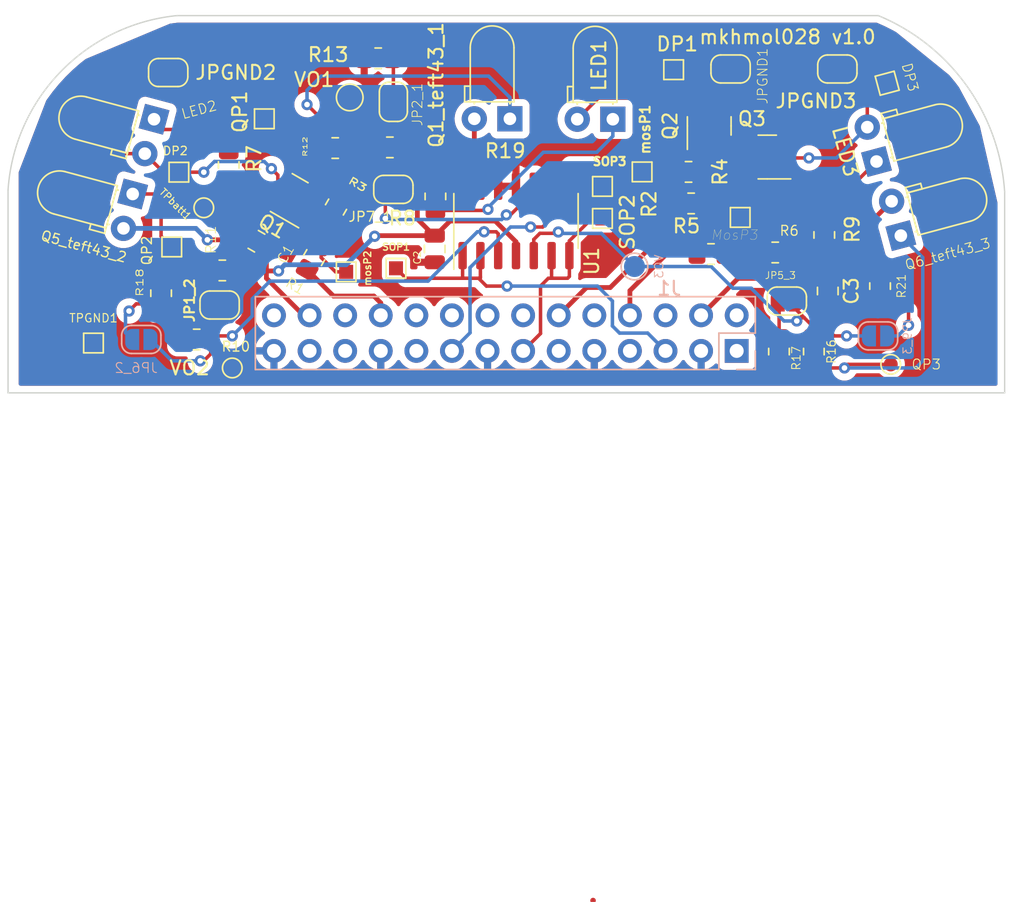
<source format=kicad_pcb>
(kicad_pcb (version 20211014) (generator pcbnew)
  (layers (0 "F.Cu" signal) (31 "B.Cu" signal) (34 "B.Paste" user) (35 "F.Paste" user) (36 "B.SilkS" user "B.Silkscreen") (37 "F.SilkS" user "F.Silkscreen") (38 "B.Mask" user) (39 "F.Mask" user) (44 "Edge.Cuts" user))
  (net 0 "")
  (net 1 "VCC")
  (net 2 "GND")
  (net 5 "/PA3")
  (net 7 "/PA4")
  (net 8 "/PE15(PWM)")
  (net 9 "/PE14(PWM)")
  (net 10 "/PA5")
  (net 11 "/PE13(PWM)")
  (net 12 "/PA6")
  (net 13 "/PE12(PWM)")
  (net 14 "/PE11(PWM)")
  (net 15 "/PA7")
  (net 16 "/PE10(PWM)")
  (net 17 "/PC4")
  (net 18 "/PE9(PWM)")
  (net 19 "/PE8(PWM)")
  (net 20 "/PC5")
  (net 22 "/AB0")
  (net 24 "/V2_out")
  (net 25 "/V1_out")
  (net 26 "/V3_out")
  (net 27 "Net-(LED1-Pad1)")
  (net 28 "Net-(LED1-Pad2)")
  (net 29 "Net-(LED2-Pad1)")
  (net 30 "Net-(DP2-Pad1)")
  (net 31 "Net-(LED3-Pad1)")
  (net 32 "Net-(DP3-Pad1)")
  (net 34 "Net-(Q1_teft43_1-Pad1)")
  (net 35 "Net-(Q5_teft43_2-Pad1)")
  (net 36 "Net-(Q6_teft43_3-Pad1)")
  (net 37 "Net-(R1-Pad1)")
  (net 38 "Net-(R2-Pad1)")
  (net 39 "Net-(R5-Pad1)")
  (net 40 "Net-(JP1_2-Pad2)")
  (net 41 "Net-(JP2_1-Pad2)")
  (net 42 "Net-(JP5_3-Pad2)")
  (net 43 "Net-(JP6_2-Pad2)")
  (net 44 "Net-(JP7_1-Pad2)")
  (net 45 "Net-(JP9_3-Pad2)")
  (footprint "LED_THT:LED_D3.0mm_Horizontal_O1.27mm_Z2.0mm_Clear" (layer "F.Cu") (at 121.670265 108.743757 -105)
    (fp_text reference "LED2")
    (fp_text value "IR333C")
  )
  (footprint "TestPoint:TestPoint_Pad_1.0x1.0mm" (layer "F.Cu") (at 138.938 119.38)
    (fp_text reference "SOP1")
    (fp_text value "SOP1")
  )
  (footprint "LED_THT:LED_D3.0mm_Horizontal_O1.27mm_Z2.0mm_IRBlack" (layer "F.Cu") (at 120.146264 114.077757 -105)
    (fp_text reference "Q5_teft43_2")
    (fp_text value "TEFT4300")
  )
  (footprint "Resistor_SMD:R_0805_2012Metric_Pad1.20x1.40mm_HandSolder" (layer "F.Cu") (at 168.7576 125.3236 -90)
    (fp_text reference "R16")
    (fp_text value "470" hide)
  )
  (footprint "Jumper:SolderJumper-2_P1.3mm_Open_RoundedPad1.0x1.5mm" (layer "F.Cu") (at 138.75 107.5 90)
    (fp_text reference "JP2_1")
    (fp_text value "Jumper_2_Open")
  )
  (footprint "Capacitor_SMD:C_0805_2012Metric" (layer "F.Cu") (at 169.75 121 -90)
    (fp_text reference "C3")
    (fp_text value "4.7uF")
  )
  (footprint "TestPoint:TestPoint_Pad_1.0x1.0mm" (layer "F.Cu") (at 135.382 119.634)
    (fp_text reference "mosP2")
    (fp_text value "MosP2")
  )
  (footprint "LED_THT:LED_D3.0mm_Horizontal_O1.27mm_Z2.0mm_Clear" (layer "F.Cu") (at 154.412 108.743 180)
    (fp_text reference "LED1")
    (fp_text value "IR333C")
  )
  (footprint "Resistor_SMD:R_0805_2012Metric_Pad1.20x1.40mm_HandSolder" (layer "F.Cu") (at 137.668 104.394)
    (fp_text reference "R13")
    (fp_text value "1.5k")
  )
  (footprint "Resistor_SMD:R_0805_2012Metric_Pad1.20x1.40mm_HandSolder" (layer "F.Cu") (at 166.2684 125.3236 90)
    (fp_text reference "R17")
    (fp_text value "1.5k" hide)
  )
  (footprint "TestPoint:TestPoint_Pad_1.0x1.0mm" (layer "F.Cu") (at 163.5 115.75)
    (fp_text reference "mosP3" hide)
    (fp_text value "MosP3")
  )
  (footprint "Resistor_SMD:R_0805_2012Metric_Pad1.20x1.40mm_HandSolder" (layer "F.Cu") (at 133.096 118.618 -120)
    (fp_text reference "R1")
    (fp_text value "100" hide)
  )
  (footprint "LED_THT:LED_D3.0mm_Horizontal_O1.27mm_Z2.0mm_Clear" (layer "F.Cu") (at 173.228 111.76 105)
    (fp_text reference "LED3")
    (fp_text value "IR333C")
  )
  (footprint "Package_TO_SOT_SMD:SOT-23" (layer "F.Cu") (at 165.4325 111.44 180)
    (fp_text reference "Q3")
    (fp_text value "MMBF170")
  )
  (footprint "Resistor_SMD:R_0805_2012Metric_Pad1.20x1.40mm_HandSolder" (layer "F.Cu") (at 138.5 110.75 180)
    (fp_text reference "R19")
    (fp_text value "18k")
  )
  (footprint "Capacitor_SMD:C_0805_2012Metric" (layer "F.Cu") (at 141.7 118 -90)
    (fp_text reference "C2")
    (fp_text value "4.7uF")
  )
  (footprint "Resistor_SMD:R_0805_2012Metric_Pad1.20x1.40mm_HandSolder" (layer "F.Cu") (at 161.417 118.364 180)
    (fp_text reference "R5")
    (fp_text value "100")
  )
  (footprint "Jumper:SolderJumper-2_P1.3mm_Open_RoundedPad1.0x1.5mm" (layer "F.Cu") (at 170.434 105.156 180)
    (fp_text reference "JPGND3")
    (fp_text value "Jumper_2_Open")
  )
  (footprint "Resistor_SMD:R_0805_2012Metric_Pad1.20x1.40mm_HandSolder" (layer "F.Cu") (at 126.5428 119.5324 180)
    (fp_text reference "R11")
    (fp_text value "1.5k" hide)
  )
  (footprint "TestPoint:TestPoint_Pad_1.0x1.0mm" (layer "F.Cu") (at 158.75 105.2068)
    (fp_text reference "DP1")
    (fp_text value "DP1")
  )
  (footprint "LED_THT:LED_D3.0mm_Horizontal_O1.27mm_Z2.0mm_IRBlack" (layer "F.Cu") (at 147.066 108.712 180)
    (fp_text reference "Q1_teft43_1")
    (fp_text value "TEFT4300")
  )
  (footprint "Jumper:SolderJumper-2_P1.3mm_Open_RoundedPad1.0x1.5mm" (layer "F.Cu") (at 162.814 105.156)
    (fp_text reference "JPGND1")
    (fp_text value "Jumper_2_Open")
  )
  (footprint "TestPoint:TestPoint_Pad_D1.5mm" (layer "F.Cu") (at 135.636 107.188)
    (fp_text reference "VO1")
    (fp_text value "VO1")
  )
  (footprint "Resistor_SMD:R_0805_2012Metric_Pad1.20x1.40mm_HandSolder" (layer "F.Cu") (at 169.5 117 -90)
    (fp_text reference "R9")
    (fp_text value "47" hide)
  )
  (footprint "TestPoint:TestPoint_Pad_D1.0mm" (layer "F.Cu") (at 125.222 115.062)
    (fp_text reference "TPbatt1")
    (fp_text value "TestPoint" hide)
  )
  (footprint "TestPoint:TestPoint_Pad_1.0x1.0mm" (layer "F.Cu") (at 156.5 112.5 180)
    (fp_text reference "mosP1")
    (fp_text value "MosP1")
  )
  (footprint "TestPoint:TestPoint_Pad_D1.0mm" (layer "F.Cu") (at 174.244 126.238)
    (fp_text reference "QP3")
    (fp_text value "QP3" hide)
  )
  (footprint "Capacitor_SMD:C_0805_2012Metric" (layer "F.Cu") (at 128.980141 117.4496 150)
    (fp_text reference "C1")
    (fp_text value "4.7uF")
  )
  (footprint "TestPoint:TestPoint_Pad_1.0x1.0mm" (layer "F.Cu") (at 122.936 117.856)
    (fp_text reference "QP2")
    (fp_text value "QP2")
  )
  (footprint "TestPoint:TestPoint_Pad_1.0x1.0mm" (layer "F.Cu") (at 123.444 112.522 90)
    (fp_text reference "DP2")
    (fp_text value "DP2")
  )
  (footprint "Resistor_SMD:R_0805_2012Metric_Pad1.20x1.40mm_HandSolder" (layer "F.Cu") (at 141.75 114.25 90)
    (fp_text reference "R8")
    (fp_text value "47")
  )
  (footprint "TestPoint:TestPoint_Pad_1.0x1.0mm" (layer "F.Cu") (at 117.348 124.714)
    (fp_text reference "TPGND1")
    (fp_text value "TestPoint")
  )
  (footprint "Resistor_SMD:R_0805_2012Metric_Pad1.20x1.40mm_HandSolder" (layer "F.Cu") (at 127 112 -90)
    (fp_text reference "R7")
    (fp_text value "47" hide)
  )
  (footprint "Resistor_SMD:R_0805_2012Metric_Pad1.20x1.40mm_HandSolder" (layer "F.Cu") (at 124.714 124.46 180)
    (fp_text reference "R10")
    (fp_text value "470" hide)
  )
  (footprint "Resistor_SMD:R_0805_2012Metric_Pad1.20x1.40mm_HandSolder" (layer "F.Cu") (at 122.174 121.158 -90)
    (fp_text reference "R18")
    (fp_text value "18k")
  )
  (footprint "TestPoint:TestPoint_Pad_1.0x1.0mm" (layer "F.Cu") (at 153.67 113.538)
    (fp_text reference "SOP3")
    (fp_text value "SOP3")
  )
  (footprint "Resistor_SMD:R_0805_2012Metric_Pad1.20x1.40mm_HandSolder" (layer "F.Cu") (at 173.482 120.65 -90)
    (fp_text reference "R21")
    (fp_text value "18k" hide)
  )
  (footprint "TestPoint:TestPoint_Pad_1.0x1.0mm" (layer "F.Cu") (at 153.67 115.824)
    (fp_text reference "SOP2")
    (fp_text value "SOP2")
  )
  (footprint "Package_TO_SOT_SMD:SOT-23" (layer "F.Cu") (at 161.29 109.22 90)
    (fp_text reference "Q2")
    (fp_text value "MMBF170")
  )
  (footprint "Resistor_SMD:R_0805_2012Metric" (layer "F.Cu") (at 166 118.25 180)
    (fp_text reference "R6")
    (fp_text value "47k" hide)
  )
  (footprint "Resistor_SMD:R_0805_2012Metric_Pad1.20x1.40mm_HandSolder" (layer "F.Cu") (at 160 114.75)
    (fp_text reference "R2")
    (fp_text value "100")
  )
  (footprint "Jumper:SolderJumper-2_P1.3mm_Open_RoundedPad1.0x1.5mm" (layer "F.Cu") (at 166.8272 121.7168 180)
    (fp_text reference "JP5_3")
    (fp_text value "Jumper_2_Open" hide)
  )
  (footprint "Resistor_SMD:R_0805_2012Metric_Pad1.20x1.40mm_HandSolder" (layer "F.Cu") (at 134.6 110.8 180)
    (fp_text reference "R12")
    (fp_text value "470")
  )
  (footprint "Jumper:SolderJumper-2_P1.3mm_Open_RoundedPad1.0x1.5mm" (layer "F.Cu") (at 138.75 113.75)
    (fp_text reference "JP7_1")
    (fp_text value "Jumper_2_Open" hide)
  )
  (footprint "TestPoint:TestPoint_Pad_1.0x1.0mm" (layer "F.Cu") (at 173.99 106.172 105)
    (fp_text reference "DP3" hide)
    (fp_text value "DP3")
  )
  (footprint "TestPoint:TestPoint_Pad_1.0x1.0mm" (layer "F.Cu") (at 129.54 108.712)
    (fp_text reference "QP1")
    (fp_text value "QP1")
  )
  (footprint "Jumper:SolderJumper-2_P1.3mm_Open_RoundedPad1.0x1.5mm" (layer "F.Cu") (at 126.35 122)
    (fp_text reference "JP1_2")
    (fp_text value "Jumper_2_Open" hide)
  )
  (footprint "Package_SO:SOIC-14_3.9x8.7mm_P1.27mm" (layer "F.Cu") (at 147.5 116 90)
    (fp_text reference "U1")
    (fp_text value "LM324")
  )
  (footprint "Jumper:SolderJumper-2_P1.3mm_Open_RoundedPad1.0x1.5mm" (layer "F.Cu") (at 122.682 105.41)
    (fp_text reference "JPGND2")
    (fp_text value "Jumper_2_Open")
  )
  (footprint "Package_TO_SOT_SMD:SOT-23" (layer "F.Cu") (at 131.318 114.3 150)
    (fp_text reference "Q1")
    (fp_text value "MMBF170")
  )
  (footprint "TestPoint:TestPoint_Pad_D1.0mm" (layer "F.Cu") (at 127.254 126.492)
    (fp_text reference "VO2")
    (fp_text value "VO2")
  )
  (footprint "Resistor_SMD:R_0805_2012Metric" (layer "F.Cu") (at 159.8149 112.5 180)
    (fp_text reference "R4")
    (fp_text value "47k")
  )
  (footprint "Resistor_SMD:R_0805_2012Metric" (layer "F.Cu") (at 134.65625 115.009752 -120)
    (fp_text reference "R3")
    (fp_text value "47k" hide)
  )
  (footprint "LED_THT:LED_D3.0mm_Horizontal_O1.27mm_Z2.0mm_IRBlack" (layer "F.Cu") (at 174.964479 117.049032 105)
    (fp_text reference "Q6_teft43_3")
    (fp_text value "TEFT4300")
  )
  (footprint "TestPoint:TestPoint_Pad_D1.5mm" (layer "B.Cu") (at 155.956 119.253 180)
    (fp_text reference "VO3" hide)
    (fp_text value "VO3")
  )
  (footprint "Jumper:SolderJumper-2_P1.3mm_Open_RoundedPad1.0x1.5mm" (layer "B.Cu") (at 120.762 124.46 180)
    (fp_text reference "JP6_2")
    (fp_text value "Jumper_2_Open" hide)
  )
  (footprint "Jumper:SolderJumper-2_P1.3mm_Open_RoundedPad1.0x1.5mm" (layer "B.Cu") (at 173.34 124.206)
    (fp_text reference "JP9_3")
    (fp_text value "Jumper_2_Open" hide)
  )
  (footprint "Connector_PinHeader_2.54mm:PinHeader_2x14_P2.54mm_Vertical" (layer "B.Cu") (at 163.25 125.275 90)
    (fp_text reference "J1")
    (fp_text value "Conn_02x14_Odd_Even")
  )
  (gr_circle (center 153 164.5) (end 153 164.5) (layer "F.Cu") (width 0.2) (fill none))
  (gr_line (start 111.252 128.27) (end 111.252 113.792) (layer "Edge.Cuts") (width 0.1))
  (gr_arc (start 173.355 101.346) (mid 179.658058 106.345493) (end 182.372 113.919) (layer "Edge.Cuts") (width 0.1))
  (gr_line (start 182.372 128.27) (end 111.252 128.27) (layer "Edge.Cuts") (width 0.1))
  (gr_line (start 123.317 101.346) (end 173.355 101.346) (layer "Edge.Cuts") (width 0.1))
  (gr_line (start 182.372 128.27) (end 182.372 113.919) (layer "Edge.Cuts") (width 0.1))
  (gr_arc (start 111.252 113.792) (mid 115.001789 105.356168) (end 123.317 101.346) (layer "Edge.Cuts") (width 0.1))
  (gr_text "mkhmol028 v1.0" (at 166.878 102.87) (layer "F.SilkS") (effects (font (size 1 1))))
  (segment (start 146.016445 116.005489) (end 147.5 117.489044) (width 0.34) (layer "F.Cu") (net 1))
  (segment (start 129.236682 118.3132) (end 129.690282 117.8596) (width 0.34) (layer "F.Cu") (net 1))
  (segment (start 170.902659 118) (end 174.307079 114.59558) (width 0.34) (layer "F.Cu") (net 1))
  (segment (start 144.526 110.49) (end 144.526 108.712) (width 0.34) (layer "F.Cu") (net 1))
  (segment (start 125.476 117.348) (end 126.746 117.348) (width 0.34) (layer "F.Cu") (net 1))
  (segment (start 126.492 115.316) (end 126.746 115.062) (width 0.34) (layer "F.Cu") (net 1))
  (segment (start 163.345 120.1) (end 169.75 120.1) (width 0.34) (layer "F.Cu") (net 1))
  (segment (start 143.6116 111.4044) (end 144.526 110.49) (width 0.34) (layer "F.Cu") (net 1))
  (segment (start 129.690282 120.089082) (end 129.690282 119.530282) (width 0.34) (layer "F.Cu") (net 1))
  (segment (start 137.458 117.05) (end 141.7 117.05) (width 0.34) (layer "F.Cu") (net 1))
  (segment (start 140.462 114.538) (end 140.462 115.862) (width 0.34) (layer "F.Cu") (net 1))
  (segment (start 141.75 112.0976) (end 142.4432 111.4044) (width 0.34) (layer "F.Cu") (net 1))
  (segment (start 141.75 113.25) (end 141.75 112.0976) (width 0.34) (layer "F.Cu") (net 1))
  (segment (start 169.5 118) (end 170.902659 118) (width 0.34) (layer "F.Cu") (net 1))
  (segment (start 125.476 115.316) (end 126.492 115.316) (width 0.34) (layer "F.Cu") (net 1))
  (segment (start 141.7 117.1) (end 142.794511 116.005489) (width 0.34) (layer "F.Cu") (net 1))
  (segment (start 126.746 116.586) (end 126.746 117.348) (width 0.34) (layer "F.Cu") (net 1))
  (segment (start 147.5 117.489044) (end 147.5 118.475) (width 0.34) (layer "F.Cu") (net 1))
  (segment (start 126.746 113.254) (end 126.746 115.062) (width 0.34) (layer "F.Cu") (net 1))
  (segment (start 169.75 118.25) (end 169.5 118) (width 0.34) (layer "F.Cu") (net 1))
  (segment (start 130.0226 120.4214) (end 129.690282 120.089082) (width 0.34) (layer "F.Cu") (net 1))
  (segment (start 142.794511 116.005489) (end 146.016445 116.005489) (width 0.34) (layer "F.Cu") (net 1))
  (segment (start 129.690282 119.530282) (end 129.690282 117.8596) (width 0.34) (layer "F.Cu") (net 1))
  (segment (start 169.75 120.18) (end 169.75 118.25) (width 0.34) (layer "F.Cu") (net 1))
  (segment (start 129.7299 119.5699) (end 129.690282 119.530282) (width 0.34) (layer "F.Cu") (net 1))
  (segment (start 132.77 122.735) (end 132.3362 122.735) (width 0.34) (layer "F.Cu") (net 1))
  (segment (start 126.746 115.062) (end 126.746 116.586) (width 0.34) (layer "F.Cu") (net 1))
  (segment (start 141.75 113.25) (end 140.462 114.538) (width 0.34) (layer "F.Cu") (net 1))
  (segment (start 137.414 117.094) (end 137.458 117.05) (width 0.34) (layer "F.Cu") (net 1))
  (segment (start 125.222 115.062) (end 125.476 115.316) (width 0.34) (layer "F.Cu") (net 1))
  (segment (start 142.4432 111.4044) (end 143.6116 111.4044) (width 0.34) (layer "F.Cu") (net 1))
  (segment (start 126.746 118.3132) (end 129.236682 118.3132) (width 0.34) (layer "F.Cu") (net 1))
  (segment (start 160.71 122.735) (end 163.345 120.1) (width 0.34) (layer "F.Cu") (net 1))
  (segment (start 126.746 117.348) (end 126.746 118.3132) (width 0.34) (layer "F.Cu") (net 1))
  (segment (start 130.556 119.5699) (end 129.7299 119.5699) (width 0.34) (layer "F.Cu") (net 1))
  (segment (start 141.7 117.1) (end 140.462 115.862) (width 0.34) (layer "F.Cu") (net 1))
  (segment (start 127 113) (end 126.746 113.254) (width 0.34) (layer "F.Cu") (net 1))
  (segment (start 132.3362 122.735) (end 130.0226 120.4214) (width 0.34) (layer "F.Cu") (net 1))
  (via (at 137.414 117.094) (size 0.8) (drill 0.4) (layers "F.Cu" "B.Cu") (net 1))
  (via (at 125.476 117.348) (size 0.8) (drill 0.4) (layers "F.Cu" "B.Cu") (net 1))
  (via (at 130.556 119.5699) (size 0.8) (drill 0.4) (layers "F.Cu" "B.Cu") (net 1))
  (segment (start 135.382 119.126) (end 130.9999 119.126) (width 0.34) (layer "B.Cu") (net 1))
  (segment (start 119.488864 116.531209) (end 124.659209 116.531209) (width 0.34) (layer "B.Cu") (net 1))
  (segment (start 124.659209 116.531209) (end 125.476 117.348) (width 0.34) (layer "B.Cu") (net 1))
  (segment (start 137.414 117.094) (end 135.382 119.126) (width 0.34) (layer "B.Cu") (net 1))
  (segment (start 130.9999 119.126) (end 130.556 119.5699) (width 0.34) (layer "B.Cu") (net 1))
  (segment (start 146.8628 120.65) (end 145.3896 120.65) (width 0.25) (layer "F.Cu") (net 5))
  (segment (start 143.764 120.0912) (end 139.6492 120.0912) (width 0.25) (layer "F.Cu") (net 5))
  (segment (start 143.764 120.0912) (end 144.78 120.0912) (width 0.25) (layer "F.Cu") (net 5))
  (segment (start 145.3896 120.65) (end 144.8308 120.0912) (width 0.25) (layer "F.Cu") (net 5))
  (segment (start 139.6492 120.0912) (end 138.938 119.38) (width 0.25) (layer "F.Cu") (net 5))
  (segment (start 143.69 118.475) (end 143.69 120.0172) (width 0.25) (layer "F.Cu") (net 5))
  (segment (start 144.9324 120.0912) (end 144.96 120.0636) (width 0.25) (layer "F.Cu") (net 5))
  (segment (start 144.8308 120.0912) (end 144.78 120.0912) (width 0.25) (layer "F.Cu") (net 5))
  (segment (start 144.96 120.0636) (end 144.96 119.962) (width 0.25) (layer "F.Cu") (net 5))
  (segment (start 144.96 119.962) (end 144.96 118.475) (width 0.25) (layer "F.Cu") (net 5))
  (segment (start 143.69 120.0172) (end 143.764 120.0912) (width 0.25) (layer "F.Cu") (net 5))
  (segment (start 144.78 120.0912) (end 144.9324 120.0912) (width 0.25) (layer "F.Cu") (net 5))
  (via (at 146.8628 120.65) (size 0.8) (drill 0.4) (layers "F.Cu" "B.Cu") (net 5))
  (segment (start 154.8892 124.0028) (end 154.3812 123.4948) (width 0.25) (layer "B.Cu") (net 5))
  (segment (start 158.17 125.275) (end 156.8978 124.0028) (width 0.25) (layer "B.Cu") (net 5))
  (segment (start 154.3812 123.4948) (end 154.3812 121.7168) (width 0.25) (layer "B.Cu") (net 5))
  (segment (start 154.3812 121.7168) (end 153.3144 120.65) (width 0.25) (layer "B.Cu") (net 5))
  (segment (start 153.3144 120.65) (end 146.8628 120.65) (width 0.25) (layer "B.Cu") (net 5))
  (segment (start 156.8978 124.0028) (end 154.8892 124.0028) (width 0.25) (layer "B.Cu") (net 5))
  (segment (start 158.242 118.364) (end 160.417 118.364) (width 0.34) (layer "F.Cu") (net 8))
  (segment (start 155.63 120.976) (end 158.242 118.364) (width 0.34) (layer "F.Cu") (net 8))
  (segment (start 155.63 122.735) (end 155.63 120.976) (width 0.34) (layer "F.Cu") (net 8))
  (segment (start 161 116.2156) (end 160.4264 116.7892) (width 0.34) (layer "F.Cu") (net 11))
  (segment (start 152.5334 120.7516) (end 150.55 122.735) (width 0.34) (layer "F.Cu") (net 11))
  (segment (start 154.2288 120.7516) (end 152.5334 120.7516) (width 0.34) (layer "F.Cu") (net 11))
  (segment (start 161 114.75) (end 161 116.2156) (width 0.34) (layer "F.Cu") (net 11))
  (segment (start 160.4264 116.7892) (end 158.1912 116.7892) (width 0.34) (layer "F.Cu") (net 11))
  (segment (start 158.1912 116.7892) (end 154.2288 120.7516) (width 0.34) (layer "F.Cu") (net 11))
  (segment (start 149.8092 120.0912) (end 149.2504 120.65) (width 0.25) (layer "F.Cu") (net 12))
  (segment (start 149.2504 120.65) (end 149.2504 124.0346) (width 0.25) (layer "F.Cu") (net 12))
  (segment (start 150.2664 120.0912) (end 149.8092 120.0912) (width 0.25) (layer "F.Cu") (net 12))
  (segment (start 149.2504 124.0346) (end 148.01 125.275) (width 0.25) (layer "F.Cu") (net 12))
  (segment (start 150.114 120.0912) (end 150.2664 120.0912) (width 0.25) (layer "F.Cu") (net 12))
  (segment (start 152.908 115.824) (end 153.67 115.824) (width 0.25) (layer "F.Cu") (net 12))
  (segment (start 151.31 117.422) (end 152.908 115.824) (width 0.25) (layer "F.Cu") (net 12))
  (segment (start 151.1808 120.0912) (end 151.31 119.962) (width 0.25) (layer "F.Cu") (net 12))
  (segment (start 150.2664 120.0912) (end 151.1808 120.0912) (width 0.25) (layer "F.Cu") (net 12))
  (segment (start 150.04 118.475) (end 150.04 120.0172) (width 0.25) (layer "F.Cu") (net 12))
  (segment (start 151.31 119.962) (end 151.31 118.475) (width 0.25) (layer "F.Cu") (net 12))
  (segment (start 150.04 120.0172) (end 150.114 120.0912) (width 0.25) (layer "F.Cu") (net 12))
  (segment (start 151.31 118.475) (end 151.31 117.422) (width 0.25) (layer "F.Cu") (net 12))
  (segment (start 151.31 113.525) (end 151.31 115.4408) (width 0.25) (layer "F.Cu") (net 15))
  (segment (start 151.384 112.014) (end 152.908 112.014) (width 0.25) (layer "F.Cu") (net 15))
  (segment (start 150.04 115.7964) (end 149.4028 116.4336) (width 0.25) (layer "F.Cu") (net 15))
  (segment (start 151.31 113.525) (end 151.31 112.088) (width 0.25) (layer "F.Cu") (net 15))
  (segment (start 153.67 112.776) (end 153.67 113.538) (width 0.25) (layer "F.Cu") (net 15))
  (segment (start 151.2084 115.5424) (end 150.04 115.5424) (width 0.25) (layer "F.Cu") (net 15))
  (segment (start 149.4028 116.4336) (end 148.5392 116.4336) (width 0.25) (layer "F.Cu") (net 15))
  (segment (start 150.04 115.5424) (end 150.04 115.7964) (width 0.25) (layer "F.Cu") (net 15))
  (segment (start 150.04 113.525) (end 150.04 115.5424) (width 0.25) (layer "F.Cu") (net 15))
  (segment (start 151.31 112.088) (end 151.384 112.014) (width 0.25) (layer "F.Cu") (net 15))
  (segment (start 151.31 115.4408) (end 151.2084 115.5424) (width 0.25) (layer "F.Cu") (net 15))
  (segment (start 152.908 112.014) (end 153.67 112.776) (width 0.25) (layer "F.Cu") (net 15))
  (via (at 148.5392 116.4336) (size 0.8) (drill 0.4) (layers "F.Cu" "B.Cu") (net 15))
  (segment (start 144.2212 119.3292) (end 144.2212 123.9838) (width 0.25) (layer "B.Cu") (net 15))
  (segment (start 144.2212 123.9838) (end 142.93 125.275) (width 0.25) (layer "B.Cu") (net 15))
  (segment (start 147.1168 116.4336) (end 144.2212 119.3292) (width 0.25) (layer "B.Cu") (net 15))
  (segment (start 148.5392 116.4336) (end 147.1168 116.4336) (width 0.25) (layer "B.Cu") (net 15))
  (segment (start 137.85 121.848) (end 137.3632 121.3612) (width 0.34) (layer "F.Cu") (net 19))
  (segment (start 137.85 122.735) (end 137.85 121.848) (width 0.34) (layer "F.Cu") (net 19))
  (segment (start 134.473175 121.3612) (end 132.596 119.484025) (width 0.34) (layer "F.Cu") (net 19))
  (segment (start 137.3632 121.3612) (end 134.473175 121.3612) (width 0.34) (layer "F.Cu") (net 19))
  (segment (start 126.238 125.476) (end 125.714 124.952) (width 0.25) (layer "F.Cu") (net 24))
  (segment (start 124.968 125.984) (end 125.222 125.984) (width 0.25) (layer "F.Cu") (net 24))
  (segment (start 125.714 125.492) (end 125.714 124.46) (width 0.25) (layer "F.Cu") (net 24))
  (segment (start 125.968 124.206) (end 125.714 124.46) (width 0.25) (layer "F.Cu") (net 24))
  (segment (start 125.714 122.014) (end 125.7 122) (width 0.25) (layer "F.Cu") (net 24))
  (segment (start 127.254 126.492) (end 126.238 125.476) (width 0.25) (layer "F.Cu") (net 24))
  (segment (start 146.0866 116.775) (end 146.23 116.9184) (width 0.25) (layer "F.Cu") (net 24))
  (segment (start 125.714 124.46) (end 125.714 122.014) (width 0.25) (layer "F.Cu") (net 24))
  (segment (start 146.23 116.9184) (end 146.23 118.475) (width 0.25) (layer "F.Cu") (net 24))
  (segment (start 125.714 124.952) (end 125.714 124.46) (width 0.25) (layer "F.Cu") (net 24))
  (segment (start 145.225 116.775) (end 146.0866 116.775) (width 0.25) (layer "F.Cu") (net 24))
  (segment (start 127.254 124.206) (end 125.968 124.206) (width 0.25) (layer "F.Cu") (net 24))
  (segment (start 125.222 125.984) (end 125.714 125.492) (width 0.25) (layer "F.Cu") (net 24))
  (via (at 124.968 125.984) (size 0.8) (drill 0.4) (layers "F.Cu" "B.Cu") (net 24))
  (via (at 145.225 116.775) (size 0.8) (drill 0.4) (layers "F.Cu" "B.Cu") (net 24))
  (via (at 127.254 124.206) (size 0.8) (drill 0.4) (layers "F.Cu" "B.Cu") (net 24))
  (segment (start 128.6764 121.5644) (end 129.9464 120.2944) (width 0.25) (layer "B.Cu") (net 24))
  (segment (start 129.9464 120.2944) (end 141.224 120.2944) (width 0.25) (layer "B.Cu") (net 24))
  (segment (start 141.224 120.2944) (end 144.7434 116.775) (width 0.25) (layer "B.Cu") (net 24))
  (segment (start 144.7434 116.775) (end 145.225 116.775) (width 0.25) (layer "B.Cu") (net 24))
  (segment (start 121.412 124.46) (end 122.936 125.984) (width 0.25) (layer "B.Cu") (net 24))
  (segment (start 128.6764 122.7836) (end 128.6764 121.5644) (width 0.25) (layer "B.Cu") (net 24))
  (segment (start 122.936 125.984) (end 124.968 125.984) (width 0.25) (layer "B.Cu") (net 24))
  (segment (start 127.254 124.206) (end 128.6764 122.7836) (width 0.25) (layer "B.Cu") (net 24))
  (segment (start 135.750911 112.350911) (end 135.750911 112.323497) (width 0.25) (layer "F.Cu") (net 25))
  (segment (start 135.6 109.3068) (end 135.128 108.8348) (width 0.25) (layer "F.Cu") (net 25))
  (segment (start 135.128 108.8348) (end 135.128 107.696) (width 0.25) (layer "F.Cu") (net 25))
  (segment (start 135.6 109.3068) (end 135.6614 109.2454) (width 0.25) (layer "F.Cu") (net 25))
  (segment (start 138.176 115.824) (end 138.176 113.826) (width 0.25) (layer "F.Cu") (net 25))
  (segment (start 138.176 113.826) (end 138.1 113.75) (width 0.25) (layer "F.Cu") (net 25))
  (segment (start 135.6614 109.2454) (end 138.3792 109.2454) (width 0.25) (layer "F.Cu") (net 25))
  (segment (start 138.75 108.8746) (end 138.75 108.15) (width 0.25) (layer "F.Cu") (net 25))
  (segment (start 135.6 110.8) (end 135.6 109.3068) (width 0.25) (layer "F.Cu") (net 25))
  (segment (start 135.750911 112.323497) (end 135.6 112.172586) (width 0.25) (layer "F.Cu") (net 25))
  (segment (start 138.3792 109.2454) (end 138.75 108.8746) (width 0.25) (layer "F.Cu") (net 25))
  (segment (start 138.1 113.75) (end 137.15 113.75) (width 0.25) (layer "F.Cu") (net 25))
  (segment (start 148.77 113.901072) (end 147.101072 115.57) (width 0.25) (layer "F.Cu") (net 25))
  (segment (start 135.6 112.172586) (end 135.6 110.8) (width 0.25) (layer "F.Cu") (net 25))
  (segment (start 147.101072 115.57) (end 146.812 115.57) (width 0.25) (layer "F.Cu") (net 25))
  (segment (start 135.128 107.696) (end 135.636 107.188) (width 0.25) (layer "F.Cu") (net 25))
  (segment (start 137.15 113.75) (end 135.750911 112.350911) (width 0.25) (layer "F.Cu") (net 25))
  (segment (start 148.77 113.525) (end 148.77 113.901072) (width 0.25) (layer "F.Cu") (net 25))
  (via (at 138.176 115.824) (size 0.8) (drill 0.4) (layers "F.Cu" "B.Cu") (net 25))
  (via (at 146.812 115.57) (size 0.8) (drill 0.4) (layers "F.Cu" "B.Cu") (net 25))
  (segment (start 146.482489 115.899511) (end 138.251511 115.899511) (width 0.25) (layer "B.Cu") (net 25))
  (segment (start 146.812 115.57) (end 146.482489 115.899511) (width 0.25) (layer "B.Cu") (net 25))
  (segment (start 138.251511 115.899511) (end 138.176 115.824) (width 0.25) (layer "B.Cu") (net 25))
  (segment (start 167.4772 122.316) (end 167.4772 121.7168) (width 0.25) (layer "F.Cu") (net 26))
  (segment (start 168.0718 122.9106) (end 167.4772 122.316) (width 0.25) (layer "F.Cu") (net 26))
  (segment (start 149.20728 116.88312) (end 148.77 117.3204) (width 0.25) (layer "F.Cu") (net 26))
  (segment (start 168.7576 124.3236) (end 168.7576 123.81) (width 0.25) (layer "F.Cu") (net 26))
  (segment (start 171.0944 124.206) (end 170.206 124.206) (width 0.25) (layer "F.Cu") (net 26))
  (segment (start 169.5 123.5) (end 169.0676 123.5) (width 0.25) (layer "F.Cu") (net 26))
  (segment (start 168.7576 123.81) (end 169.0676 123.5) (width 0.25) (layer "F.Cu") (net 26))
  (segment (start 150.5204 116.7892) (end 150.42648 116.88312) (width 0.25) (layer "F.Cu") (net 26))
  (segment (start 168.6612 123.5) (end 168.0718 122.9106) (width 0.25) (layer "F.Cu") (net 26))
  (segment (start 170.206 124.206) (end 169.5 123.5) (width 0.25) (layer "F.Cu") (net 26))
  (segment (start 167.767 122.9106) (end 168.0718 122.9106) (width 0.25) (layer "F.Cu") (net 26))
  (segment (start 148.77 117.3204) (end 148.77 118.475) (width 0.25) (layer "F.Cu") (net 26))
  (segment (start 169.0676 123.5) (end 168.6612 123.5) (width 0.25) (layer "F.Cu") (net 26))
  (segment (start 150.42648 116.88312) (end 149.20728 116.88312) (width 0.25) (layer "F.Cu") (net 26))
  (segment (start 167.5384 123.1392) (end 167.767 122.9106) (width 0.25) (layer "F.Cu") (net 26))
  (via (at 171.0944 124.206) (size 0.8) (drill 0.4) (layers "F.Cu" "B.Cu") (net 26))
  (via (at 167.5384 123.1392) (size 0.8) (drill 0.4) (layers "F.Cu" "B.Cu") (net 26))
  (via (at 150.5204 116.7892) (size 0.8) (drill 0.4) (layers "F.Cu" "B.Cu") (net 26))
  (segment (start 166.624 123.1392) (end 167.5384 123.1392) (width 0.25) (layer "B.Cu") (net 26))
  (segment (start 172.69 124.206) (end 171.0944 124.206) (width 0.25) (layer "B.Cu") (net 26))
  (segment (start 155.956 119.253) (end 161.42901 119.253) (width 0.25) (layer "B.Cu") (net 26))
  (segment (start 164.2872 120.8024) (end 166.624 123.1392) (width 0.25) (layer "B.Cu") (net 26))
  (segment (start 153.5938 116.8908) (end 155.956 119.253) (width 0.25) (layer "B.Cu") (net 26))
  (segment (start 161.42901 119.253) (end 162.97841 120.8024) (width 0.25) (layer "B.Cu") (net 26))
  (segment (start 162.97841 120.8024) (end 164.2872 120.8024) (width 0.25) (layer "B.Cu") (net 26))
  (segment (start 150.5204 116.7892) (end 150.622 116.8908) (width 0.25) (layer "B.Cu") (net 26))
  (segment (start 150.622 116.8908) (end 153.5938 116.8908) (width 0.25) (layer "B.Cu") (net 26))
  (segment (start 145.425 115.25) (end 141.75 115.25) (width 0.25) (layer "F.Cu") (net 27))
  (segment (start 145.5 115.175) (end 145.425 115.25) (width 0.25) (layer "F.Cu") (net 27))
  (via (at 145.5 115.175) (size 0.8) (drill 0.4) (layers "F.Cu" "B.Cu") (net 27))
  (segment (start 145.5 115.175) (end 145.5 115.0532) (width 0.25) (layer "B.Cu") (net 27))
  (segment (start 149.4536 111.0996) (end 153.2636 111.0996) (width 0.25) (layer "B.Cu") (net 27))
  (segment (start 154.412 109.9512) (end 154.412 108.743) (width 0.25) (layer "B.Cu") (net 27))
  (segment (start 145.5 115.0532) (end 149.4536 111.0996) (width 0.25) (layer "B.Cu") (net 27))
  (segment (start 153.2636 111.0996) (end 154.412 109.9512) (width 0.25) (layer "B.Cu") (net 27))
  (segment (start 162.1132 105.2068) (end 162.164 105.156) (width 0.25) (layer "F.Cu") (net 28))
  (segment (start 158.75 107.2388) (end 158.75 105.2068) (width 0.25) (layer "F.Cu") (net 28))
  (segment (start 159.7937 108.2825) (end 158.75 107.2388) (width 0.25) (layer "F.Cu") (net 28))
  (segment (start 153.3762 107.2388) (end 151.872 108.743) (width 0.25) (layer "F.Cu") (net 28))
  (segment (start 158.75 105.2068) (end 162.1132 105.2068) (width 0.25) (layer "F.Cu") (net 28))
  (segment (start 161.29 108.2825) (end 159.7937 108.2825) (width 0.25) (layer "F.Cu") (net 28))
  (segment (start 158.75 107.2388) (end 153.3762 107.2388) (width 0.25) (layer "F.Cu") (net 28))
  (segment (start 122.400508 109.474) (end 125.984 109.474) (width 0.25) (layer "F.Cu") (net 29))
  (segment (start 121.670265 108.743757) (end 122.400508 109.474) (width 0.25) (layer "F.Cu") (net 29))
  (segment (start 125.984 109.474) (end 127 110.49) (width 0.25) (layer "F.Cu") (net 29))
  (segment (start 127 110.49) (end 127 111) (width 0.25) (layer "F.Cu") (net 29))
  (segment (start 118.364 110.49) (end 118.364 107.188) (width 0.25) (layer "F.Cu") (net 30))
  (segment (start 121.012865 111.197209) (end 119.071209 111.197209) (width 0.25) (layer "F.Cu") (net 30))
  (segment (start 122.337656 112.522) (end 121.012865 111.197209) (width 0.25) (layer "F.Cu") (net 30))
  (segment (start 125.222 112.522) (end 123.444 112.522) (width 0.25) (layer "F.Cu") (net 30))
  (segment (start 119.071209 111.197209) (end 118.364 110.49) (width 0.25) (layer "F.Cu") (net 30))
  (segment (start 130.506101 113.83125) (end 130.506101 112.726101) (width 0.25) (layer "F.Cu") (net 30))
  (segment (start 120.142 105.41) (end 122.032 105.41) (width 0.25) (layer "F.Cu") (net 30))
  (segment (start 122.337656 112.522) (end 123.444 112.522) (width 0.25) (layer "F.Cu") (net 30))
  (segment (start 118.364 107.188) (end 120.142 105.41) (width 0.25) (layer "F.Cu") (net 30))
  (segment (start 130.506101 112.726101) (end 130.048 112.268) (width 0.25) (layer "F.Cu") (net 30))
  (via (at 130.048 112.268) (size 0.8) (drill 0.4) (layers "F.Cu" "B.Cu") (net 30))
  (via (at 125.222 112.522) (size 0.8) (drill 0.4) (layers "F.Cu" "B.Cu") (net 30))
  (segment (start 129.54 111.76) (end 130.048 112.268) (width 0.25) (layer "B.Cu") (net 30))
  (segment (start 125.984 111.76) (end 129.54 111.76) (width 0.25) (layer "B.Cu") (net 30))
  (segment (start 125.222 112.522) (end 125.984 111.76) (width 0.25) (layer "B.Cu") (net 30))
  (segment (start 169.5 115.488) (end 173.228 111.76) (width 0.25) (layer "F.Cu") (net 31))
  (segment (start 169.5 116) (end 169.5 115.488) (width 0.25) (layer "F.Cu") (net 31))
  (segment (start 172.5706 109.306548) (end 172.5706 107.5914) (width 0.25) (layer "F.Cu") (net 32))
  (segment (start 172.5706 107.5914) (end 172.5706 106.6426) (width 0.25) (layer "F.Cu") (net 32))
  (segment (start 168.402 111.506) (end 164.561 111.506) (width 0.25) (layer "F.Cu") (net 32))
  (segment (start 172.5706 107.5914) (end 173.99 106.172) (width 0.25) (layer "F.Cu") (net 32))
  (segment (start 172.5706 106.6426) (end 171.084 105.156) (width 0.25) (layer "F.Cu") (net 32))
  (via (at 168.402 111.506) (size 0.8) (drill 0.4) (layers "F.Cu" "B.Cu") (net 32))
  (segment (start 168.402 111.506) (end 170.371148 111.506) (width 0.25) (layer "B.Cu") (net 32))
  (segment (start 170.371148 111.506) (end 172.5706 109.306548) (width 0.25) (layer "B.Cu") (net 32))
  (segment (start 130.574 110) (end 129.54 108.966) (width 0.25) (layer "F.Cu") (net 34))
  (segment (start 132.8 110) (end 132.57 110) (width 0.25) (layer "F.Cu") (net 34))
  (segment (start 133.604 108.712) (end 133.604 110.796) (width 0.25) (layer "F.Cu") (net 34))
  (segment (start 132.57 110) (end 130.574 110) (width 0.25) (layer "F.Cu") (net 34))
  (segment (start 133.604 110.796) (end 133.6 110.8) (width 0.25) (layer "F.Cu") (net 34))
  (segment (start 133.6 110.8) (end 132.8 110) (width 0.25) (layer "F.Cu") (net 34))
  (segment (start 129.54 108.966) (end 129.54 108.712) (width 0.25) (layer "F.Cu") (net 34))
  (segment (start 132.588 107.696) (end 133.604 108.712) (width 0.25) (layer "F.Cu") (net 34))
  (via (at 132.588 107.696) (size 0.8) (drill 0.4) (layers "F.Cu" "B.Cu") (net 34))
  (segment (start 147.066 107.188) (end 147.066 108.712) (width 0.25) (layer "B.Cu") (net 34))
  (segment (start 132.588 106.68) (end 133.604 105.664) (width 0.25) (layer "B.Cu") (net 34))
  (segment (start 132.588 107.696) (end 132.588 106.68) (width 0.25) (layer "B.Cu") (net 34))
  (segment (start 133.604 105.664) (end 145.542 105.664) (width 0.25) (layer "B.Cu") (net 34))
  (segment (start 145.542 105.664) (end 147.066 107.188) (width 0.25) (layer "B.Cu") (net 34))
  (segment (start 122.174 117.094) (end 122.174 114.554) (width 0.25) (layer "F.Cu") (net 35))
  (segment (start 123.714 124.46) (end 123.714 118.634) (width 0.25) (layer "F.Cu") (net 35))
  (segment (start 122.174 114.554) (end 121.697757 114.077757) (width 0.25) (layer "F.Cu") (net 35))
  (segment (start 123.714 118.634) (end 122.936 117.856) (width 0.25) (layer "F.Cu") (net 35))
  (segment (start 121.697757 114.077757) (end 120.146264 114.077757) (width 0.25) (layer "F.Cu") (net 35))
  (segment (start 122.936 117.856) (end 122.174 117.094) (width 0.25) (layer "F.Cu") (net 35))
  (segment (start 169.0784 126.6444) (end 168.7576 126.3236) (width 0.25) (layer "F.Cu") (net 36))
  (segment (start 170.942 126.492) (end 168.926 126.492) (width 0.25) (layer "F.Cu") (net 36))
  (segment (start 170.942 126.492) (end 171.196 126.238) (width 0.25) (layer "F.Cu") (net 36))
  (segment (start 171.196 126.238) (end 174.244 126.238) (width 0.25) (layer "F.Cu") (net 36))
  (segment (start 168.926 126.492) (end 168.7576 126.3236) (width 0.25) (layer "F.Cu") (net 36))
  (via (at 170.942 126.492) (size 0.8) (drill 0.4) (layers "F.Cu" "B.Cu") (net 36))
  (segment (start 176.53 125.984) (end 176.022 126.492) (width 0.25) (layer "B.Cu") (net 36))
  (segment (start 176.022 126.492) (end 170.942 126.492) (width 0.25) (layer "B.Cu") (net 36))
  (segment (start 176.53 118.614553) (end 176.53 125.984) (width 0.25) (layer "B.Cu") (net 36))
  (segment (start 174.964479 117.049032) (end 176.53 118.614553) (width 0.25) (layer "B.Cu") (net 36))
  (segment (start 131.898 116.404) (end 131.654899 116.160899) (width 0.25) (layer "F.Cu") (net 37))
  (segment (start 133.596 117.751975) (end 133.596 116.404) (width 0.25) (layer "F.Cu") (net 37))
  (segment (start 134.62 119.634) (end 133.596 118.61) (width 0.25) (layer "F.Cu") (net 37))
  (segment (start 133.596 116.404) (end 131.898 116.404) (width 0.25) (layer "F.Cu") (net 37))
  (segment (start 135.382 119.634) (end 134.62 119.634) (width 0.25) (layer "F.Cu") (net 37))
  (segment (start 133.596 118.61) (end 133.596 117.751975) (width 0.25) (layer "F.Cu") (net 37))
  (segment (start 131.654899 116.160899) (end 131.654899 115.591474) (width 0.25) (layer "F.Cu") (net 37))
  (segment (start 133.596 116.404) (end 134.2 115.8) (width 0.25) (layer "F.Cu") (net 37))
  (segment (start 160.34 110.1575) (end 158.9024 111.5951) (width 0.25) (layer "F.Cu") (net 38))
  (segment (start 159 114.75) (end 159 112.5976) (width 0.25) (layer "F.Cu") (net 38))
  (segment (start 158.9024 111.5951) (end 158.9024 112.5) (width 0.25) (layer "F.Cu") (net 38))
  (segment (start 159 112.5976) (end 158.9024 112.5) (width 0.25) (layer "F.Cu") (net 38))
  (segment (start 156.5 112.5) (end 158.9024 112.5) (width 0.25) (layer "F.Cu") (net 38))
  (segment (start 163.5 117.281) (end 163.5 115.75) (width 0.25) (layer "F.Cu") (net 39))
  (segment (start 166.37 113.582426) (end 166.37 112.39) (width 0.25) (layer "F.Cu") (net 39))
  (segment (start 165.0875 118.25) (end 162.531 118.25) (width 0.25) (layer "F.Cu") (net 39))
  (segment (start 164.202426 115.75) (end 166.37 113.582426) (width 0.25) (layer "F.Cu") (net 39))
  (segment (start 162.417 118.364) (end 163.5 117.281) (width 0.25) (layer "F.Cu") (net 39))
  (segment (start 162.531 118.25) (end 162.417 118.364) (width 0.25) (layer "F.Cu") (net 39))
  (segment (start 163.5 115.75) (end 164.202426 115.75) (width 0.25) (layer "F.Cu") (net 39))
  (segment (start 127 122) (end 127 121.0564) (width 0.25) (layer "F.Cu") (net 40))
  (segment (start 127 121.0564) (end 126.6444 120.7008) (width 0.25) (layer "F.Cu") (net 40))
  (segment (start 125.73 120.7008) (end 125.5428 120.5136) (width 0.25) (layer "F.Cu") (net 40))
  (segment (start 126.6444 120.7008) (end 125.73 120.7008) (width 0.25) (layer "F.Cu") (net 40))
  (segment (start 125.5428 120.5136) (end 125.5428 119.5324) (width 0.25) (layer "F.Cu") (net 40))
  (segment (start 138.75 104.476) (end 138.668 104.394) (width 0.25) (layer "F.Cu") (net 41))
  (segment (start 138.75 106.85) (end 138.75 104.476) (width 0.25) (layer "F.Cu") (net 41))
  (segment (start 166.2684 124.3236) (end 166.2788 124.3132) (width 0.25) (layer "F.Cu") (net 42))
  (segment (start 166.2788 124.3132) (end 166.2788 121.8184) (width 0.25) (layer "F.Cu") (net 42))
  (segment (start 166.2788 121.8184) (end 166.1772 121.7168) (width 0.25) (layer "F.Cu") (net 42))
  (segment (start 119.888 122.428) (end 120.396 121.92) (width 0.25) (layer "F.Cu") (net 43))
  (segment (start 120.396 121.92) (end 121.936 121.92) (width 0.25) (layer "F.Cu") (net 43))
  (segment (start 121.936 121.92) (end 122.174 122.158) (width 0.25) (layer "F.Cu") (net 43))
  (via (at 119.888 122.428) (size 0.8) (drill 0.4) (layers "F.Cu" "B.Cu") (net 43))
  (segment (start 120.112 124.46) (end 119.634 123.982) (width 0.25) (layer "B.Cu") (net 43))
  (segment (start 119.634 122.682) (end 119.888 122.428) (width 0.25) (layer "B.Cu") (net 43))
  (segment (start 119.634 123.982) (end 119.634 122.682) (width 0.25) (layer "B.Cu") (net 43))
  (segment (start 139.4 113.75) (end 139.4 113.34106) (width 0.25) (layer "F.Cu") (net 44))
  (segment (start 139.3952 112.4712) (end 139.1412 112.2172) (width 0.25) (layer "F.Cu") (net 44))
  (segment (start 137.668 112.2172) (end 137.5 112.0492) (width 0.25) (layer "F.Cu") (net 44))
  (segment (start 137.5 112.0492) (end 137.5 110.75) (width 0.25) (layer "F.Cu") (net 44))
  (segment (start 139.1412 112.2172) (end 137.668 112.2172) (width 0.25) (layer "F.Cu") (net 44))
  (segment (start 139.3952 113.33626) (end 139.3952 112.4712) (width 0.25) (layer "F.Cu") (net 44))
  (segment (start 139.4 113.34106) (end 139.3952 113.33626) (width 0.25) (layer "F.Cu") (net 44))
  (segment (start 175.514 123.444) (end 175.514 122.428) (width 0.25) (layer "F.Cu") (net 45))
  (segment (start 175.514 122.428) (end 174.736 121.65) (width 0.25) (layer "F.Cu") (net 45))
  (segment (start 174.736 121.65) (end 173.482 121.65) (width 0.25) (layer "F.Cu") (net 45))
  (via (at 175.514 123.444) (size 0.8) (drill 0.4) (layers "F.Cu" "B.Cu") (net 45))
  (segment (start 173.99 124.206) (end 174.752 124.206) (width 0.25) (layer "B.Cu") (net 45))
  (segment (start 174.752 124.206) (end 175.514 123.444) (width 0.25) (layer "B.Cu") (net 45))
  (zone (net 2) (net_name "GND") (layers F&B.Cu) (connect_pads (clearance 0.508)) (min_thickness 0.254) (fill yes (thermal_gap 0.508) (thermal_bridge_width 0.508))
    (polygon (pts (xy 178.816 105.918) (xy 180.594 109.22) (xy 182.118 115.824) (xy 182.118 127.762) (xy 112.014 127.762) (xy 112.014 112.522) (xy 114.269024 106.655219) (xy 115.806469 104.860194) (xy 123.680469 101.558194) (xy 173.482 101.6)))
  )
)
</source>
